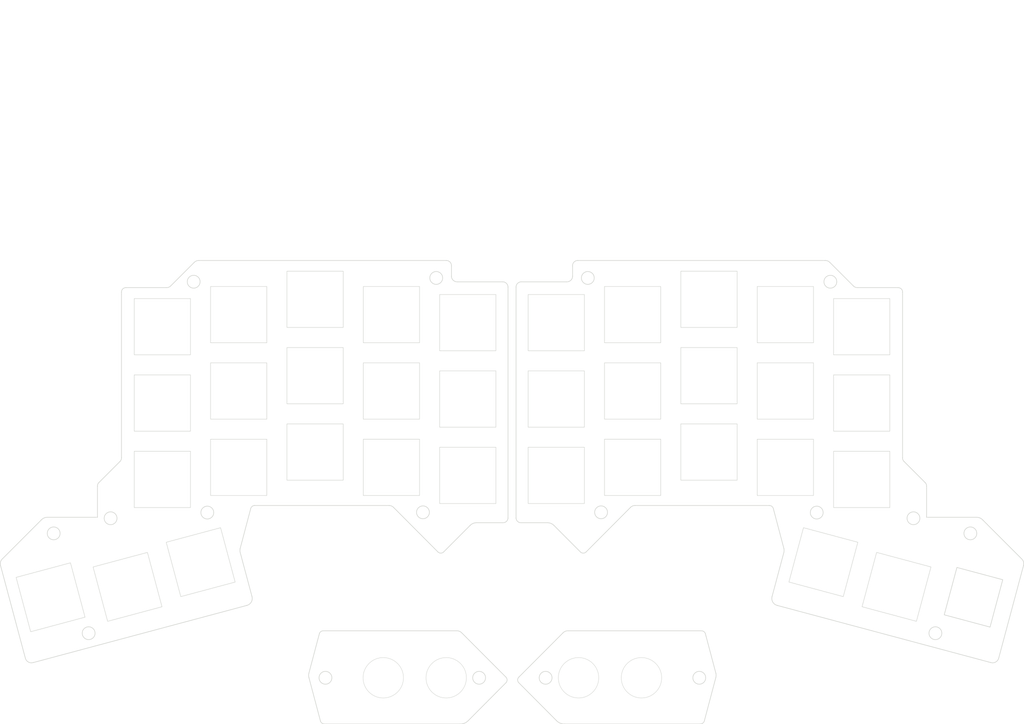
<source format=kicad_pcb>
(kicad_pcb (version 20211014) (generator pcbnew)
  (layers (0 "F.Cu" signal) (31 "B.Cu" signal) (34 "B.Paste" user) (35 "F.Paste" user) (36 "B.SilkS" user "B.Silkscreen") (37 "F.SilkS" user "F.Silkscreen") (38 "B.Mask" user) (39 "F.Mask" user) (44 "Edge.Cuts" user))
  (net 0 "")
  (footprint "jw_custom_footprint:CherryMX_Hotswap_cutout_switch_plate" (layer "F.Cu") (at 178.216184 76.183081)
    (fp_text reference "SW12" hide)
    (fp_text value "SW12")
    (fp_rect (start -7 -7) (end 7 7) (layer "Edge.Cuts") (width 0.12) (fill none))
  )
  (footprint "jw_custom_footprint:CherryMX_Hotswap_cutout_switch_plate" (layer "F.Cu") (at 178.216184 57.183481)
    (fp_text reference "SW7" hide)
    (fp_text value "SW7")
    (fp_rect (start -7 -7) (end 7 7) (layer "Edge.Cuts") (width 0.12) (fill none))
  )
  (footprint "jw_custom_footprint:RotaryEncoder_Alps_EC11E-Switch_Vertical_H20mm_cutout_switch_plate" (layer "F.Cu") (at 263.027044 108.508798 -15)
    (fp_text reference "SW20" hide)
    (fp_text value "SW20")
    (fp_rect (start -5.9 -6.1) (end 5.9 6.1) (layer "Edge.Cuts") (width 0.15) (fill none))
  )
  (footprint "jw_custom_footprint:MountingHole_3.2mm_M3_cutout" (layer "F.Cu") (at 227.417011 29.995237)
    (fp_text reference "TH1")
    (fp_text value "HOLE")
    (fp_circle (center 0 0) (end 1.6 0) (layer "Edge.Cuts") (width 0.15) (fill none))
  )
  (footprint "jw_custom_footprint:contact_button_cutout_10mm" (layer "F.Cu") (at 164.757992 128.539277)
    (fp_text reference "SW16" hide)
    (fp_text value "SW_Contact_Pad")
    (fp_circle (center 0 0) (end 5.025 0) (layer "Edge.Cuts") (width 0.1) (fill none))
  )
  (footprint "jw_custom_footprint:CherryMX_Hotswap_cutout_switch_plate" (layer "F.Cu") (at 159.215984 40.182481)
    (fp_text reference "SW1" hide)
    (fp_text value "SW1")
    (fp_rect (start -7 -7) (end 7 7) (layer "Edge.Cuts") (width 0.12) (fill none))
  )
  (footprint "jw_custom_footprint:CherryMX_Hotswap_cutout_switch_plate" (layer "F.Cu") (at 159.215984 59.182881)
    (fp_text reference "SW6" hide)
    (fp_text value "SW6")
    (fp_rect (start -7 -7) (end 7 7) (layer "Edge.Cuts") (width 0.12) (fill none))
  )
  (footprint "jw_custom_footprint:MountingHole_3.2mm_M3_cutout" (layer "F.Cu") (at 224.026056 87.433687)
    (fp_text reference "TH4")
    (fp_text value "HOLE")
    (fp_circle (center 0 0) (end 1.6 0) (layer "Edge.Cuts") (width 0.15) (fill none))
  )
  (footprint "jw_custom_footprint:MountingHole_3.2mm_M3_cutout" (layer "F.Cu") (at 248.091844 88.8492 180)
    (fp_text reference "MCU_1")
    (fp_text value "HOLE")
    (fp_circle (center 0 0) (end 1.6 0) (layer "Edge.Cuts") (width 0.15) (fill none))
  )
  (footprint "jw_custom_footprint:MountingHole_3.2mm_M3_cutout" (layer "F.Cu") (at 170.368611 87.371037)
    (fp_text reference "TH3")
    (fp_text value "HOLE")
    (fp_circle (center 0 0) (end 1.6 0) (layer "Edge.Cuts") (width 0.15) (fill none))
  )
  (footprint "jw_custom_footprint:MountingHole_3.2mm_M3_cutout" (layer "F.Cu") (at 262.251618 92.6084)
    (fp_text reference "MCU_2")
    (fp_text value "HOLE")
    (fp_circle (center 0 0) (end 1.6 0) (layer "Edge.Cuts") (width 0.15) (fill none))
  )
  (footprint "jw_custom_footprint:CherryMX_Hotswap_cutout_switch_plate" (layer "F.Cu") (at 243.875444 105.918 -15)
    (fp_text reference "SW19" hide)
    (fp_text value "SW19")
    (fp_rect (start -7 -7) (end 7 7) (layer "Edge.Cuts") (width 0.12) (fill none))
  )
  (footprint "jw_custom_footprint:contact_button_cutout_10mm" (layer "F.Cu") (at 180.416366 128.539277)
    (fp_text reference "SW17" hide)
    (fp_text value "SW_Contact_Pad")
    (fp_circle (center 0 0) (end 5.025 0) (layer "Edge.Cuts") (width 0.1) (fill none))
  )
  (footprint "jw_custom_footprint:CherryMX_Hotswap_cutout_switch_plate" (layer "F.Cu") (at 197.215584 72.373281)
    (fp_text reference "SW13" hide)
    (fp_text value "SW13")
    (fp_rect (start -7 -7) (end 7 7) (layer "Edge.Cuts") (width 0.12) (fill none))
  )
  (footprint "jw_custom_footprint:MountingHole_3.2mm_M3_cutout" (layer "F.Cu") (at 253.552844 117.4496)
    (fp_text reference "TH5")
    (fp_text value "HOLE")
    (fp_circle (center 0 0) (end 1.6 0) (layer "Edge.Cuts") (width 0.15) (fill none))
  )
  (footprint "jw_custom_footprint:CherryMX_Hotswap_cutout_switch_plate" (layer "F.Cu") (at 216.215784 38.183321)
    (fp_text reference "SW4" hide)
    (fp_text value "SW4")
    (fp_rect (start -7 -7) (end 7 7) (layer "Edge.Cuts") (width 0.12) (fill none))
  )
  (footprint "jw_custom_footprint:CherryMX_Hotswap_cutout_switch_plate" (layer "F.Cu") (at 178.216184 38.183881)
    (fp_text reference "SW2" hide)
    (fp_text value "SW2")
    (fp_rect (start -7 -7) (end 7 7) (layer "Edge.Cuts") (width 0.12) (fill none))
  )
  (footprint "jw_custom_footprint:CherryMX_Hotswap_cutout_switch_plate" (layer "F.Cu") (at 235.215482 41.183881)
    (fp_text reference "SW5" hide)
    (fp_text value "SW5")
    (fp_rect (start -7 -7) (end 7 7) (layer "Edge.Cuts") (width 0.12) (fill none))
  )
  (footprint "jw_custom_footprint:CherryMX_Hotswap_cutout_switch_plate" (layer "F.Cu") (at 216.215784 76.183681)
    (fp_text reference "SW14" hide)
    (fp_text value "SW14")
    (fp_rect (start -7 -7) (end 7 7) (layer "Edge.Cuts") (width 0.12) (fill none))
  )
  (footprint "jw_custom_footprint:CherryMX_Hotswap_cutout_switch_plate" (layer "F.Cu") (at 225.675618 99.771606 -15)
    (fp_text reference "SW18" hide)
    (fp_text value "SW18")
    (fp_rect (start -7 -7) (end 7 7) (layer "Edge.Cuts") (width 0.12) (fill none))
  )
  (footprint "jw_custom_footprint:MountingHole_3.2mm_M3_cutout" (layer "F.Cu") (at 194.801856 128.539277)
    (fp_text reference "JY_BT_2")
    (fp_text value "HOLE")
    (fp_circle (center 0 0) (end 1.6 0) (layer "Edge.Cuts") (width 0.15) (fill none))
  )
  (footprint "jw_custom_footprint:CherryMX_Hotswap_cutout_switch_plate" (layer "F.Cu") (at 235.215482 79.183681)
    (fp_text reference "SW15" hide)
    (fp_text value "SW15")
    (fp_rect (start -7 -7) (end 7 7) (layer "Edge.Cuts") (width 0.12) (fill none))
  )
  (footprint "jw_custom_footprint:CherryMX_Hotswap_cutout_switch_plate" (layer "F.Cu") (at 216.215784 57.183281)
    (fp_text reference "SW9" hide)
    (fp_text value "SW9")
    (fp_rect (start -7 -7) (end 7 7) (layer "Edge.Cuts") (width 0.12) (fill none))
  )
  (footprint "jw_custom_footprint:CherryMX_Hotswap_cutout_switch_plate" (layer "F.Cu") (at 235.215482 60.183681)
    (fp_text reference "SW10" hide)
    (fp_text value "SW10")
    (fp_rect (start -7 -7) (end 7 7) (layer "Edge.Cuts") (width 0.12) (fill none))
  )
  (footprint "jw_custom_footprint:CherryMX_Hotswap_cutout_switch_plate" (layer "F.Cu") (at 197.215584 34.373121)
    (fp_text reference "SW3" hide)
    (fp_text value "SW3")
    (fp_rect (start -7 -7) (end 7 7) (layer "Edge.Cuts") (width 0.12) (fill none))
  )
  (footprint "jw_custom_footprint:MountingHole_3.2mm_M3_cutout" (layer "F.Cu") (at 156.5656 128.539277)
    (fp_text reference "JY_BT_1")
    (fp_text value "HOLE")
    (fp_circle (center 0 0) (end 1.6 0) (layer "Edge.Cuts") (width 0.15) (fill none))
  )
  (footprint "jw_custom_footprint:MountingHole_3.2mm_M3_cutout" (layer "F.Cu") (at 167.065844 29.0534)
    (fp_text reference "TH2")
    (fp_text value "HOLE")
    (fp_circle (center 0 0) (end 1.6 0) (layer "Edge.Cuts") (width 0.15) (fill none))
  )
  (footprint "jw_custom_footprint:CherryMX_Hotswap_cutout_switch_plate" (layer "F.Cu") (at 197.215584 53.373081)
    (fp_text reference "SW8" hide)
    (fp_text value "SW8")
    (fp_rect (start -7 -7) (end 7 7) (layer "Edge.Cuts") (width 0.12) (fill none))
  )
  (footprint "jw_custom_footprint:CherryMX_Hotswap_cutout_switch_plate" (layer "F.Cu") (at 159.215984 78.183281)
    (fp_text reference "SW11" hide)
    (fp_text value "SW11")
    (fp_rect (start -7 -7) (end 7 7) (layer "Edge.Cuts") (width 0.12) (fill none))
  )
  (footprint "jw_custom_footprint:MountingHole_3.2mm_M3_cutout" (layer "B.Cu") (at 34.16515 92.6084 180)
    (fp_text reference "MCU_2")
    (fp_text value "HOLE")
    (fp_circle (center 0 0) (end 1.6 0) (layer "Edge.Cuts") (width 0.15) (fill none))
  )
  (footprint "jw_custom_footprint:MountingHole_3.2mm_M3_cutout" (layer "B.Cu") (at 140.023755 128.539277 180)
    (fp_text reference "JY_BT_1")
    (fp_text value "HOLE")
    (fp_circle (center 0 0) (end 1.6 0) (layer "Edge.Cuts") (width 0.15) (fill none))
  )
  (footprint "jw_custom_footprint:CherryMX_Hotswap_cutout_switch_plate" (layer "B.Cu") (at 137.200784 59.182881 180)
    (fp_text reference "SW6" hide)
    (fp_text value "SW6")
    (fp_rect (start -7 7) (end 7 -7) (layer "Edge.Cuts") (width 0.12) (fill none))
  )
  (footprint "jw_custom_footprint:CherryMX_Hotswap_cutout_switch_plate" (layer "B.Cu") (at 61.201286 60.183681 180)
    (fp_text reference "SW10" hide)
    (fp_text value "SW10")
    (fp_rect (start -7 7) (end 7 -7) (layer "Edge.Cuts") (width 0.12) (fill none))
  )
  (footprint "jw_custom_footprint:contact_button_cutout_10mm" (layer "B.Cu") (at 116.172989 128.539277 180)
    (fp_text reference "SW17" hide)
    (fp_text value "SW_Contact_Pad")
    (fp_circle (center 0 0) (end 5.025 0) (layer "Edge.Cuts") (width 0.1) (fill none))
  )
  (footprint "jw_custom_footprint:CherryMX_Hotswap_cutout_switch_plate" (layer "B.Cu") (at 137.200784 78.183281 180)
    (fp_text reference "SW11" hide)
    (fp_text value "SW11")
    (fp_rect (start -7 7) (end 7 -7) (layer "Edge.Cuts") (width 0.12) (fill none))
  )
  (footprint "jw_custom_footprint:CherryMX_Hotswap_cutout_switch_plate" (layer "B.Cu") (at 70.74115 99.771606 -165)
    (fp_text reference "SW18" hide)
    (fp_text value "SW18")
    (fp_rect (start -7 7) (end 7 -7) (layer "Edge.Cuts") (width 0.12) (fill none))
  )
  (footprint "jw_custom_footprint:CherryMX_Hotswap_cutout_switch_plate" (layer "B.Cu") (at 33.389724 108.508798 -165)
    (fp_text reference "SW20" hide)
    (fp_text value "SW20")
    (fp_rect (start -7 7) (end 7 -7) (layer "Edge.Cuts") (width 0.12) (fill none))
  )
  (footprint "jw_custom_footprint:MountingHole_3.2mm_M3_cutout" (layer "B.Cu") (at 42.863924 117.4496 180)
    (fp_text reference "TH5")
    (fp_text value "HOLE")
    (fp_circle (center 0 0) (end 1.6 0) (layer "Edge.Cuts") (width 0.15) (fill none))
  )
  (footprint "jw_custom_footprint:CherryMX_Hotswap_cutout_switch_plate" (layer "B.Cu") (at 61.201286 41.183881 180)
    (fp_text reference "SW5" hide)
    (fp_text value "SW5")
    (fp_rect (start -7 7) (end 7 -7) (layer "Edge.Cuts") (width 0.12) (fill none))
  )
  (footprint "jw_custom_footprint:MountingHole_3.2mm_M3_cutout" (layer "B.Cu") (at 72.390712 87.433687 180)
    (fp_text reference "TH4")
    (fp_text value "HOLE")
    (fp_circle (center 0 0) (end 1.6 0) (layer "Edge.Cuts") (width 0.15) (fill none))
  )
  (footprint "jw_custom_footprint:CherryMX_Hotswap_cutout_switch_plate" (layer "B.Cu") (at 99.201184 34.373121 180)
    (fp_text reference "SW3" hide)
    (fp_text value "SW3")
    (fp_rect (start -7 7) (end 7 -7) (layer "Edge.Cuts") (width 0.12) (fill none))
  )
  (footprint "jw_custom_footprint:MountingHole_3.2mm_M3_cutout" (layer "B.Cu") (at 48.324924 88.8492)
    (fp_text reference "MCU_1")
    (fp_text value "HOLE")
    (fp_circle (center 0 0) (end 1.6 0) (layer "Edge.Cuts") (width 0.15) (fill none))
  )
  (footprint "jw_custom_footprint:CherryMX_Hotswap_cutout_switch_plate" (layer "B.Cu") (at 80.200984 57.183281 180)
    (fp_text reference "SW9" hide)
    (fp_text value "SW9")
    (fp_rect (start -7 7) (end 7 -7) (layer "Edge.Cuts") (width 0.12) (fill none))
  )
  (footprint "jw_custom_footprint:CherryMX_Hotswap_cutout_switch_plate" (layer "B.Cu") (at 80.200984 76.183681 180)
    (fp_text reference "SW14" hide)
    (fp_text value "SW14")
    (fp_rect (start -7 7) (end 7 -7) (layer "Edge.Cuts") (width 0.12) (fill none))
  )
  (footprint "jw_custom_footprint:MountingHole_3.2mm_M3_cutout" (layer "B.Cu") (at 101.787499 128.539277 180)
    (fp_text reference "JY_BT_2")
    (fp_text value "HOLE")
    (fp_circle (center 0 0) (end 1.6 0) (layer "Edge.Cuts") (width 0.15) (fill none))
  )
  (footprint "jw_custom_footprint:CherryMX_Hotswap_cutout_switch_plate" (layer "B.Cu") (at 99.201184 72.373281 180)
    (fp_text reference "SW13" hide)
    (fp_text value "SW13")
    (fp_rect (start -7 7) (end 7 -7) (layer "Edge.Cuts") (width 0.12) (fill none))
  )
  (footprint "jw_custom_footprint:CherryMX_Hotswap_cutout_switch_plate" (layer "B.Cu") (at 80.200984 38.183321 180)
    (fp_text reference "SW4" hide)
    (fp_text value "SW4")
    (fp_rect (start -7 7) (end 7 -7) (layer "Edge.Cuts") (width 0.12) (fill none))
  )
  (footprint "jw_custom_footprint:CherryMX_Hotswap_cutout_switch_plate" (layer "B.Cu") (at 118.200584 76.183081 180)
    (fp_text reference "SW12" hide)
    (fp_text value "SW12")
    (fp_rect (start -7 7) (end 7 -7) (layer "Edge.Cuts") (width 0.12) (fill none))
  )
  (footprint "jw_custom_footprint:CherryMX_Hotswap_cutout_switch_plate" (layer "B.Cu") (at 99.201184 53.373081 180)
    (fp_text reference "SW8" hide)
    (fp_text value "SW8")
    (fp_rect (start -7 7) (end 7 -7) (layer "Edge.Cuts") (width 0.12) (fill none))
  )
  (footprint "jw_custom_footprint:contact_button_cutout_10mm" (layer "B.Cu") (at 131.831363 128.539277 180)
    (fp_text reference "SW16" hide)
    (fp_text value "SW_Contact_Pad")
    (fp_circle (center 0 0) (end 5.025 0) (layer "Edge.Cuts") (width 0.1) (fill none))
  )
  (footprint "jw_custom_footprint:CherryMX_Hotswap_cutout_switch_plate" (layer "B.Cu") (at 118.200584 38.183881 180)
    (fp_text reference "SW2" hide)
    (fp_text value "SW2")
    (fp_rect (start -7 7) (end 7 -7) (layer "Edge.Cuts") (width 0.12) (fill none))
  )
  (footprint "jw_custom_footprint:MountingHole_3.2mm_M3_cutout" (layer "B.Cu") (at 129.350924 29.0534 180)
    (fp_text reference "TH2")
    (fp_text value "HOLE")
    (fp_circle (center 0 0) (end 1.6 0) (layer "Edge.Cuts") (width 0.15) (fill none))
  )
  (footprint "jw_custom_footprint:MountingHole_3.2mm_M3_cutout" (layer "B.Cu") (at 68.999757 29.995237 180)
    (fp_text reference "TH1")
    (fp_text value "HOLE")
    (fp_circle (center 0 0) (end 1.6 0) (layer "Edge.Cuts") (width 0.15) (fill none))
  )
  (footprint "jw_custom_footprint:MountingHole_3.2mm_M3_cutout" (layer "B.Cu") (at 126.048157 87.371037 180)
    (fp_text reference "TH3")
    (fp_text value "HOLE")
    (fp_circle (center 0 0) (end 1.6 0) (layer "Edge.Cuts") (width 0.15) (fill none))
  )
  (footprint "jw_custom_footprint:CherryMX_Hotswap_cutout_switch_plate" (layer "B.Cu") (at 52.541324 105.918 -165)
    (fp_text reference "SW19" hide)
    (fp_text value "SW19")
    (fp_rect (start -7 7) (end 7 -7) (layer "Edge.Cuts") (width 0.12) (fill none))
  )
  (footprint "jw_custom_footprint:CherryMX_Hotswap_cutout_switch_plate" (layer "B.Cu") (at 137.200784 40.182481 180)
    (fp_text reference "SW1" hide)
    (fp_text value "SW1")
    (fp_rect (start -7 7) (end 7 -7) (layer "Edge.Cuts") (width 0.12) (fill none))
  )
  (footprint "jw_custom_footprint:CherryMX_Hotswap_cutout_switch_plate" (layer "B.Cu") (at 118.200584 57.183481 180)
    (fp_text reference "SW7" hide)
    (fp_text value "SW7")
    (fp_rect (start -7 7) (end 7 -7) (layer "Edge.Cuts") (width 0.12) (fill none))
  )
  (footprint "jw_custom_footprint:CherryMX_Hotswap_cutout_switch_plate" (layer "B.Cu") (at 61.201286 79.183681 180)
    (fp_text reference "SW15" hide)
    (fp_text value "SW15")
    (fp_rect (start -7 7) (end 7 -7) (layer "Edge.Cuts") (width 0.12) (fill none))
  )
  (gr_arc (start 146.668345 128.357367) (mid 146.980287 129.063223) (end 146.693745 129.779767) (layer "Edge.Cuts") (width 0.15))
  (gr_line (start 131.840124 24.711187) (end 70.307912 24.711391) (layer "Edge.Cuts") (width 0.15))
  (gr_arc (start 149.208384 31.312916) (mid 149.610098 30.391312) (end 150.543856 30.018721) (layer "Edge.Cuts") (width 0.15))
  (gr_line (start 133.140426 28.620516) (end 133.140426 26.069681) (layer "Edge.Cuts") (width 0.15))
  (gr_line (start 134.425545 116.847167) (end 101.253145 116.847167) (layer "Edge.Cuts") (width 0.15))
  (gr_arc (start 150.339218 89.962606) (mid 149.551209 89.590828) (end 149.208384 88.789806) (layer "Edge.Cuts") (width 0.15))
  (gr_arc (start 101.507145 140.031777) (mid 100.908892 139.821816) (end 100.541945 139.304767) (layer "Edge.Cuts") (width 0.15))
  (gr_arc (start 100.287945 117.511567) (mid 100.665926 117.027383) (end 101.253145 116.847167) (layer "Edge.Cuts") (width 0.15))
  (gr_arc (start 137.305188 139.216596) (mid 136.375954 139.840466) (end 135.273188 140.031777) (layer "Edge.Cuts") (width 0.15))
  (gr_line (start 159.284167 139.216596) (end 149.89561 129.779767) (layer "Edge.Cuts") (width 0.15))
  (gr_arc (start 163.276342 26.069681) (mid 163.632636 25.109179) (end 164.576644 24.711187) (layer "Edge.Cuts") (width 0.15))
  (gr_line (start 52.164639 31.467383) (end 62.179912 31.467383) (layer "Edge.Cuts") (width 0.15))
  (gr_arc (start 51.037372 32.572487) (mid 51.362714 31.776971) (end 52.164639 31.467791) (layer "Edge.Cuts") (width 0.15))
  (gr_arc (start 63.297512 31.023087) (mid 62.785787 31.363642) (end 62.179912 31.467383) (layer "Edge.Cuts") (width 0.15))
  (gr_arc (start 161.316167 140.031777) (mid 160.213396 139.840476) (end 159.284167 139.216596) (layer "Edge.Cuts") (width 0.15))
  (gr_line (start 83.493714 108.281777) (end 80.584906 97.410577) (layer "Edge.Cuts") (width 0.15))
  (gr_line (start 146.07755 89.962606) (end 139.451557 89.962606) (layer "Edge.Cuts") (width 0.15))
  (gr_line (start 51.037372 73.771287) (end 51.037372 32.572487) (layer "Edge.Cuts") (width 0.15))
  (gr_arc (start 45.060312 80.883287) (mid 45.15479 80.354907) (end 45.466712 79.918087) (layer "Edge.Cuts") (width 0.15))
  (gr_arc (start 145.872912 30.018721) (mid 146.806681 30.391306) (end 147.208384 31.312916) (layer "Edge.Cuts") (width 0.15))
  (gr_line (start 147.208384 88.789806) (end 147.208384 31.312916) (layer "Edge.Cuts") (width 0.15))
  (gr_line (start 45.060312 80.883287) (end 45.060312 88.604887) (layer "Edge.Cuts") (width 0.15))
  (gr_arc (start 245.768456 74.736487) (mid 245.469098 74.296141) (end 245.379396 73.771287) (layer "Edge.Cuts") (width 0.15))
  (gr_line (start 165.196454 97.207377) (end 158.684611 90.675806) (layer "Edge.Cuts") (width 0.15))
  (gr_line (start 267.372364 124.7648) (end 214.218454 110.542377) (layer "Edge.Cuts") (width 0.15))
  (gr_line (start 226.108856 24.711391) (end 164.576644 24.711187) (layer "Edge.Cuts") (width 0.15))
  (gr_arc (start 83.493714 108.281777) (mid 83.332073 109.690605) (end 82.198314 110.542377) (layer "Edge.Cuts") (width 0.15))
  (gr_line (start 245.768456 74.736487) (end 250.950056 79.918087) (layer "Edge.Cuts") (width 0.15))
  (gr_arc (start 134.425545 116.847167) (mid 135.11551 116.966829) (end 135.695545 117.359167) (layer "Edge.Cuts") (width 0.15))
  (gr_arc (start 51.037372 73.771287) (mid 50.94766 74.296136) (end 50.648312 74.736487) (layer "Edge.Cuts") (width 0.15))
  (gr_line (start 215.831862 97.410577) (end 212.923054 108.281777) (layer "Edge.Cuts") (width 0.15))
  (gr_arc (start 131.840124 24.711187) (mid 132.784181 25.109138) (end 133.140426 26.069681) (layer "Edge.Cuts") (width 0.15))
  (gr_arc (start 69.139512 25.181087) (mid 69.67347 24.821263) (end 70.307912 24.711391) (layer "Edge.Cuts") (width 0.15))
  (gr_line (start 146.693745 129.779767) (end 137.305188 139.216596) (layer "Edge.Cuts") (width 0.15))
  (gr_line (start 195.33621 116.847167) (end 162.16381 116.847167) (layer "Edge.Cuts") (width 0.15))
  (gr_line (start 265.377256 89.316087) (end 274.965044 98.9076) (layer "Edge.Cuts") (width 0.15))
  (gr_line (start 45.060312 88.604887) (end 32.665112 88.604887) (layer "Edge.Cuts") (width 0.15))
  (gr_line (start 212.237254 85.675777) (end 178.810854 85.675777) (layer "Edge.Cuts") (width 0.15))
  (gr_arc (start 263.751656 88.604887) (mid 264.643545 88.779704) (end 265.377256 89.316087) (layer "Edge.Cuts") (width 0.15))
  (gr_line (start 82.198314 110.542377) (end 29.044404 124.7648) (layer "Edge.Cuts") (width 0.15))
  (gr_line (start 227.277256 25.181087) (end 233.119256 31.023087) (layer "Edge.Cuts") (width 0.15))
  (gr_line (start 83.191932 86.437777) (end 80.559506 96.394577) (layer "Edge.Cuts") (width 0.15))
  (gr_line (start 45.466712 79.918087) (end 50.648312 74.736487) (layer "Edge.Cuts") (width 0.15))
  (gr_line (start 134.534229 30.018721) (end 145.872912 30.018721) (layer "Edge.Cuts") (width 0.15))
  (gr_arc (start 250.950056 79.918087) (mid 251.261939 80.35492) (end 251.356456 80.883287) (layer "Edge.Cuts") (width 0.15))
  (gr_line (start 150.543856 30.018721) (end 161.882539 30.018721) (layer "Edge.Cuts") (width 0.15))
  (gr_line (start 245.379396 32.572487) (end 245.379396 73.771287) (layer "Edge.Cuts") (width 0.15))
  (gr_arc (start 234.236856 31.467383) (mid 233.630976 31.363659) (end 233.119256 31.023087) (layer "Edge.Cuts") (width 0.15))
  (gr_line (start 20.943724 100.6094) (end 27.117848 123.663103) (layer "Edge.Cuts") (width 0.15))
  (gr_arc (start 160.89381 117.359167) (mid 161.473845 116.966829) (end 162.16381 116.847167) (layer "Edge.Cuts") (width 0.15))
  (gr_line (start 21.451724 98.9076) (end 31.039512 89.316087) (layer "Edge.Cuts") (width 0.15))
  (gr_line (start 198.94301 127.468367) (end 196.30141 117.511567) (layer "Edge.Cuts") (width 0.15))
  (gr_arc (start 156.965211 89.962606) (mid 157.901138 90.135432) (end 158.684611 90.675806) (layer "Edge.Cuts") (width 0.15))
  (gr_arc (start 195.33621 116.847167) (mid 195.923428 117.027384) (end 196.30141 117.511567) (layer "Edge.Cuts") (width 0.15))
  (gr_line (start 195.08221 140.031777) (end 161.316167 140.031777) (layer "Edge.Cuts") (width 0.15))
  (gr_line (start 215.857262 96.394577) (end 213.224836 86.437777) (layer "Edge.Cuts") (width 0.15))
  (gr_arc (start 214.218454 110.542377) (mid 213.084695 109.690605) (end 212.923054 108.281777) (layer "Edge.Cuts") (width 0.15))
  (gr_arc (start 134.534229 30.018721) (mid 133.548974 29.60706) (end 133.140426 28.620516) (layer "Edge.Cuts") (width 0.15))
  (gr_arc (start 20.943724 100.6094) (mid 20.944135 99.720712) (end 21.400924 98.9584) (layer "Edge.Cuts") (width 0.15))
  (gr_line (start 156.965211 89.962606) (end 150.339218 89.962606) (layer "Edge.Cuts") (width 0.15))
  (gr_line (start 118.774314 86.187777) (end 129.747114 97.207377) (layer "Edge.Cuts") (width 0.15))
  (gr_arc (start 31.039512 89.316087) (mid 31.773209 88.779665) (end 32.665112 88.604887) (layer "Edge.Cuts") (width 0.15))
  (gr_line (start 63.297512 31.023087) (end 69.139512 25.181087) (layer "Edge.Cuts") (width 0.15))
  (gr_line (start 269.29892 123.663103) (end 275.473044 100.6094) (layer "Edge.Cuts") (width 0.15))
  (gr_arc (start 226.108856 24.711391) (mid 226.743284 24.821279) (end 227.277256 25.181087) (layer "Edge.Cuts") (width 0.15))
  (gr_arc (start 196.04741 139.304767) (mid 195.680463 139.821816) (end 195.08221 140.031777) (layer "Edge.Cuts") (width 0.15))
  (gr_arc (start 147.208384 88.789806) (mid 146.865551 89.59084) (end 146.07755 89.962606) (layer "Edge.Cuts") (width 0.15))
  (gr_arc (start 29.044404 124.7648) (mid 27.85176 124.615078) (end 27.117848 123.663103) (layer "Edge.Cuts") (width 0.15))
  (gr_line (start 137.732157 90.675806) (end 131.220314 97.207377) (layer "Edge.Cuts") (width 0.15))
  (gr_arc (start 269.29892 123.663103) (mid 268.56501 124.615064) (end 267.372364 124.7648) (layer "Edge.Cuts") (width 0.15))
  (gr_arc (start 137.732157 90.675806) (mid 138.515625 90.13542) (end 139.451557 89.962606) (layer "Edge.Cuts") (width 0.15))
  (gr_arc (start 163.276342 28.620516) (mid 162.867811 29.60707) (end 161.882539 30.018721) (layer "Edge.Cuts") (width 0.15))
  (gr_arc (start 215.857262 96.394577) (mid 215.900946 96.903987) (end 215.831862 97.410577) (layer "Edge.Cuts") (width 0.15))
  (gr_line (start 263.751656 88.604887) (end 251.356456 88.604887) (layer "Edge.Cuts") (width 0.15))
  (gr_arc (start 212.237254 85.675777) (mid 212.860296 85.889262) (end 213.224836 86.437777) (layer "Edge.Cuts") (width 0.15))
  (gr_arc (start 244.252129 31.467791) (mid 245.054051 31.776981) (end 245.379396 32.572487) (layer "Edge.Cuts") (width 0.15))
  (gr_arc (start 149.89561 129.779767) (mid 149.609068 129.063223) (end 149.92101 128.357367) (layer "Edge.Cuts") (width 0.15))
  (gr_line (start 234.236856 31.467383) (end 244.252129 31.467383) (layer "Edge.Cuts") (width 0.15))
  (gr_arc (start 131.220314 97.207377) (mid 130.483714 97.52507) (end 129.747114 97.207377) (layer "Edge.Cuts") (width 0.15))
  (gr_arc (start 166.669654 97.207377) (mid 165.933054 97.52507) (end 165.196454 97.207377) (layer "Edge.Cuts") (width 0.15))
  (gr_line (start 149.208384 31.312916) (end 149.208384 88.789806) (layer "Edge.Cuts") (width 0.15))
  (gr_arc (start 275.015844 98.9584) (mid 275.472627 99.72071) (end 275.473044 100.6094) (layer "Edge.Cuts") (width 0.15))
  (gr_line (start 198.91761 128.484367) (end 196.04741 139.304767) (layer "Edge.Cuts") (width 0.15))
  (gr_arc (start 80.584906 97.410577) (mid 80.515822 96.903987) (end 80.559506 96.394577) (layer "Edge.Cuts") (width 0.15))
  (gr_arc (start 97.671745 128.484367) (mid 97.602661 127.977777) (end 97.646345 127.468367) (layer "Edge.Cuts") (width 0.15))
  (gr_line (start 117.605914 85.675777) (end 84.179514 85.675777) (layer "Edge.Cuts") (width 0.15))
  (gr_line (start 149.92101 128.357367) (end 160.89381 117.359167) (layer "Edge.Cuts") (width 0.15))
  (gr_arc (start 198.94301 127.468367) (mid 198.986694 127.977777) (end 198.91761 128.484367) (layer "Edge.Cuts") (width 0.15))
  (gr_line (start 135.273188 140.031777) (end 101.507145 140.031777) (layer "Edge.Cuts") (width 0.15))
  (gr_arc (start 117.605914 85.675777) (mid 118.244443 85.807796) (end 118.774314 86.187777) (layer "Edge.Cuts") (width 0.15))
  (gr_line (start 100.541945 139.304767) (end 97.671745 128.484367) (layer "Edge.Cuts") (width 0.15))
  (gr_line (start 163.276342 26.069681) (end 163.276342 28.620516) (layer "Edge.Cuts") (width 0.15))
  (gr_line (start 135.695545 117.359167) (end 146.668345 128.357367) (layer "Edge.Cuts") (width 0.15))
  (gr_line (start 100.287945 117.511567) (end 97.646345 127.468367) (layer "Edge.Cuts") (width 0.15))
  (gr_arc (start 83.191932 86.437777) (mid 83.556471 85.889261) (end 84.179514 85.675777) (layer "Edge.Cuts") (width 0.15))
  (gr_line (start 251.356456 88.604887) (end 251.356456 80.883287) (layer "Edge.Cuts") (width 0.15))
  (gr_line (start 166.669654 97.207377) (end 177.642454 86.187777) (layer "Edge.Cuts") (width 0.15))
  (gr_arc (start 177.642454 86.187777) (mid 178.172325 85.807796) (end 178.810854 85.675777) (layer "Edge.Cuts") (width 0.15))
)
</source>
